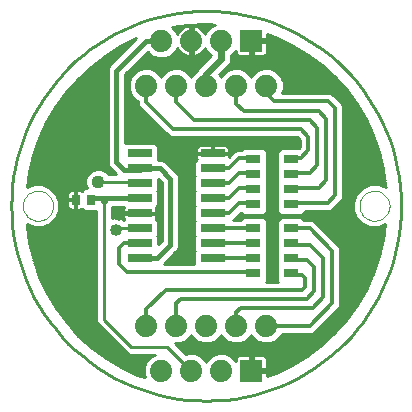
<source format=gtl>
G75*
G70*
%OFA0B0*%
%FSLAX24Y24*%
%IPPOS*%
%LPD*%
%AMOC8*
5,1,8,0,0,1.08239X$1,22.5*
%
%ADD10C,0.0100*%
%ADD11C,0.0000*%
%ADD12C,0.0740*%
%ADD13R,0.0800X0.0260*%
%ADD14R,0.0276X0.0354*%
%ADD15R,0.0512X0.0315*%
%ADD16R,0.0740X0.0740*%
%ADD17C,0.0160*%
%ADD18C,0.0400*%
%ADD19C,0.0436*%
%ADD20C,0.0240*%
%ADD21C,0.0120*%
D10*
X025661Y022623D02*
X026196Y022373D01*
X026464Y022279D01*
X026420Y022385D01*
X026420Y022615D01*
X026508Y022829D01*
X026671Y022992D01*
X026788Y023040D01*
X025948Y023040D01*
X025853Y023080D01*
X024953Y023980D01*
X024880Y024053D01*
X024840Y024148D01*
X024840Y027813D01*
X024431Y027813D01*
X024353Y027891D01*
X024340Y027883D01*
X024302Y027873D01*
X024163Y027873D01*
X024163Y028181D01*
X024125Y028181D01*
X023856Y028181D01*
X023856Y028003D01*
X023867Y027965D01*
X023886Y027931D01*
X023914Y027903D01*
X023948Y027883D01*
X023987Y027873D01*
X024125Y027873D01*
X024125Y028181D01*
X024125Y028219D01*
X023856Y028219D01*
X023856Y028397D01*
X023867Y028435D01*
X023886Y028469D01*
X023914Y028497D01*
X023948Y028517D01*
X023987Y028527D01*
X024125Y028527D01*
X024125Y028219D01*
X024163Y028219D01*
X024163Y028527D01*
X024302Y028527D01*
X024340Y028517D01*
X024353Y028509D01*
X024431Y028587D01*
X024525Y028587D01*
X024472Y028715D01*
X024472Y028885D01*
X024537Y029043D01*
X024657Y029163D01*
X024815Y029228D01*
X024985Y029228D01*
X025143Y029163D01*
X025245Y029060D01*
X025480Y029060D01*
X025254Y029286D01*
X025210Y029392D01*
X025210Y032558D01*
X025254Y032664D01*
X025336Y032746D01*
X026171Y033581D01*
X026159Y033577D01*
X025626Y033315D01*
X025120Y033002D01*
X024648Y032642D01*
X024213Y032236D01*
X023820Y031791D01*
X023473Y031308D01*
X023175Y030794D01*
X022928Y030254D01*
X022736Y029691D01*
X022600Y029113D01*
X022534Y028621D01*
X022749Y028710D01*
X023031Y028710D01*
X023292Y028602D01*
X023492Y028402D01*
X023600Y028141D01*
X023600Y027859D01*
X023492Y027598D01*
X023292Y027398D01*
X023031Y027290D01*
X022749Y027290D01*
X022522Y027384D01*
X022524Y027340D01*
X022607Y026756D01*
X022747Y026183D01*
X022943Y025626D01*
X023193Y025091D01*
X023495Y024584D01*
X023846Y024110D01*
X024242Y023672D01*
X024680Y023276D01*
X025154Y022925D01*
X025661Y022623D01*
X025613Y022652D02*
X026435Y022652D01*
X026420Y022554D02*
X025811Y022554D01*
X026021Y022455D02*
X026420Y022455D01*
X026432Y022357D02*
X026243Y022357D01*
X026476Y022751D02*
X025448Y022751D01*
X025283Y022849D02*
X026529Y022849D01*
X026627Y022948D02*
X025125Y022948D01*
X024991Y023046D02*
X025934Y023046D01*
X025788Y023145D02*
X024858Y023145D01*
X024725Y023243D02*
X025689Y023243D01*
X025591Y023342D02*
X024608Y023342D01*
X024499Y023440D02*
X025492Y023440D01*
X025394Y023539D02*
X024390Y023539D01*
X024281Y023637D02*
X025295Y023637D01*
X025197Y023736D02*
X024185Y023736D01*
X024096Y023834D02*
X025098Y023834D01*
X025000Y023933D02*
X024007Y023933D01*
X023918Y024031D02*
X024901Y024031D01*
X024848Y024130D02*
X023832Y024130D01*
X023759Y024228D02*
X024840Y024228D01*
X024840Y024327D02*
X023686Y024327D01*
X023613Y024425D02*
X024840Y024425D01*
X024840Y024524D02*
X023540Y024524D01*
X023473Y024622D02*
X024840Y024622D01*
X024840Y024721D02*
X023414Y024721D01*
X023356Y024819D02*
X024840Y024819D01*
X024840Y024918D02*
X023297Y024918D01*
X023238Y025016D02*
X024840Y025016D01*
X024840Y025115D02*
X023183Y025115D01*
X023136Y025213D02*
X024840Y025213D01*
X024840Y025312D02*
X023090Y025312D01*
X023044Y025410D02*
X024840Y025410D01*
X024840Y025509D02*
X022998Y025509D01*
X022952Y025607D02*
X024840Y025607D01*
X024840Y025706D02*
X022915Y025706D01*
X022880Y025804D02*
X024840Y025804D01*
X024840Y025903D02*
X022846Y025903D01*
X022811Y026001D02*
X024840Y026001D01*
X024840Y026100D02*
X022776Y026100D01*
X022743Y026198D02*
X024840Y026198D01*
X024840Y026297D02*
X022719Y026297D01*
X022695Y026395D02*
X024840Y026395D01*
X024840Y026494D02*
X022671Y026494D01*
X022647Y026592D02*
X024840Y026592D01*
X024840Y026691D02*
X022623Y026691D01*
X022602Y026789D02*
X024840Y026789D01*
X024840Y026888D02*
X022588Y026888D01*
X022574Y026986D02*
X024840Y026986D01*
X024840Y027085D02*
X022560Y027085D01*
X022546Y027183D02*
X024840Y027183D01*
X024840Y027282D02*
X022533Y027282D01*
X022523Y027380D02*
X022531Y027380D01*
X023249Y027380D02*
X024840Y027380D01*
X024840Y027479D02*
X023373Y027479D01*
X023471Y027577D02*
X024840Y027577D01*
X024840Y027676D02*
X023524Y027676D01*
X023565Y027774D02*
X024840Y027774D01*
X025100Y028100D02*
X025000Y028200D01*
X025100Y028250D02*
X025100Y028100D01*
X025200Y028200D01*
X025100Y028100D02*
X025100Y024200D01*
X026000Y023300D01*
X027200Y023300D01*
X028000Y022500D01*
X028471Y022849D02*
X028529Y022849D01*
X028508Y022829D02*
X028500Y022809D01*
X028492Y022829D01*
X028329Y022992D01*
X028115Y023080D01*
X027885Y023080D01*
X027816Y023052D01*
X027448Y023420D01*
X027615Y023420D01*
X027829Y023508D01*
X027992Y023671D01*
X028000Y023691D01*
X028008Y023671D01*
X028171Y023508D01*
X028385Y023420D01*
X028615Y023420D01*
X028829Y023508D01*
X028992Y023671D01*
X029000Y023691D01*
X029008Y023671D01*
X029171Y023508D01*
X029385Y023420D01*
X029615Y023420D01*
X029829Y023508D01*
X029992Y023671D01*
X030000Y023691D01*
X030008Y023671D01*
X030171Y023508D01*
X030385Y023420D01*
X030615Y023420D01*
X030829Y023508D01*
X030992Y023671D01*
X031016Y023730D01*
X032004Y023730D01*
X032103Y023771D01*
X032179Y023847D01*
X032929Y024597D01*
X032970Y024696D01*
X032970Y026554D01*
X032929Y026653D01*
X032853Y026729D01*
X032103Y027479D01*
X032004Y027520D01*
X031765Y027520D01*
X031668Y027617D01*
X030982Y027617D01*
X030859Y027494D01*
X030859Y027006D01*
X030865Y027000D01*
X030859Y026994D01*
X030859Y026506D01*
X030865Y026500D01*
X030859Y026494D01*
X030859Y026006D01*
X030865Y026000D01*
X030859Y025994D01*
X030859Y025506D01*
X030895Y025470D01*
X030505Y025470D01*
X030541Y025506D01*
X030541Y025994D01*
X030535Y026000D01*
X030541Y026006D01*
X030541Y026494D01*
X030535Y026500D01*
X030541Y026506D01*
X030541Y026994D01*
X030535Y027000D01*
X030541Y027006D01*
X030541Y027494D01*
X030418Y027617D01*
X029732Y027617D01*
X029635Y027520D01*
X029400Y027520D01*
X029403Y027521D01*
X029648Y027766D01*
X029732Y027683D01*
X030418Y027683D01*
X030541Y027806D01*
X030541Y028294D01*
X030535Y028300D01*
X030541Y028306D01*
X030541Y028794D01*
X030535Y028800D01*
X030541Y028806D01*
X030541Y029294D01*
X030535Y029300D01*
X030541Y029306D01*
X030541Y029794D01*
X030418Y029917D01*
X029732Y029917D01*
X029685Y029870D01*
X029546Y029870D01*
X029447Y029829D01*
X029371Y029753D01*
X029260Y029642D01*
X029260Y029735D01*
X028725Y029735D01*
X028725Y029765D01*
X028695Y029765D01*
X028695Y030030D01*
X028290Y030030D01*
X028252Y030020D01*
X028218Y030000D01*
X028190Y029972D01*
X028170Y029938D01*
X028160Y029900D01*
X028160Y029765D01*
X028695Y029765D01*
X028695Y029735D01*
X028160Y029735D01*
X028160Y029600D01*
X028170Y029562D01*
X028179Y029546D01*
X028100Y029467D01*
X028100Y029033D01*
X028133Y029000D01*
X028100Y028967D01*
X028100Y028533D01*
X028133Y028500D01*
X028100Y028467D01*
X028100Y028033D01*
X028133Y028000D01*
X028100Y027967D01*
X028100Y027533D01*
X028133Y027500D01*
X028100Y027467D01*
X028100Y027033D01*
X028133Y027000D01*
X028100Y026967D01*
X028100Y026533D01*
X028133Y026500D01*
X028100Y026467D01*
X028100Y026070D01*
X027080Y026070D01*
X027464Y026454D01*
X027546Y026536D01*
X027590Y026642D01*
X027590Y028958D01*
X027546Y029064D01*
X027196Y029414D01*
X027114Y029496D01*
X027008Y029540D01*
X026900Y029540D01*
X026900Y029967D01*
X026777Y030090D01*
X025803Y030090D01*
X025790Y030077D01*
X025790Y032380D01*
X026545Y033135D01*
X026671Y033008D01*
X026885Y032920D01*
X027115Y032920D01*
X027329Y033008D01*
X027492Y033171D01*
X027533Y033271D01*
X027555Y033227D01*
X027603Y033161D01*
X027661Y033103D01*
X027727Y033055D01*
X027800Y033018D01*
X027878Y032993D01*
X027950Y032981D01*
X027950Y033450D01*
X028050Y033450D01*
X028050Y032981D01*
X028122Y032993D01*
X028200Y033018D01*
X028273Y033055D01*
X028339Y033103D01*
X028397Y033161D01*
X028445Y033227D01*
X028467Y033271D01*
X028508Y033171D01*
X028657Y033023D01*
X028220Y032587D01*
X028183Y032496D01*
X028171Y032492D01*
X028008Y032329D01*
X028000Y032309D01*
X027992Y032329D01*
X027829Y032492D01*
X027615Y032580D01*
X027385Y032580D01*
X027171Y032492D01*
X027008Y032329D01*
X027000Y032309D01*
X026992Y032329D01*
X026829Y032492D01*
X026615Y032580D01*
X026385Y032580D01*
X026171Y032492D01*
X026008Y032329D01*
X025920Y032115D01*
X025920Y031885D01*
X026008Y031671D01*
X026171Y031508D01*
X026230Y031484D01*
X026230Y031396D01*
X026271Y031297D01*
X027247Y030321D01*
X027346Y030280D01*
X031538Y030280D01*
X031630Y030188D01*
X031630Y029962D01*
X031586Y029917D01*
X030982Y029917D01*
X030859Y029794D01*
X030859Y029306D01*
X030865Y029300D01*
X030859Y029294D01*
X030859Y028806D01*
X030865Y028800D01*
X030859Y028794D01*
X030859Y028306D01*
X030865Y028300D01*
X030859Y028294D01*
X030859Y027806D01*
X030982Y027683D01*
X031668Y027683D01*
X031791Y027806D01*
X031791Y027830D01*
X032604Y027830D01*
X032703Y027871D01*
X032779Y027947D01*
X033029Y028197D01*
X033070Y028296D01*
X033070Y031304D01*
X033029Y031403D01*
X032953Y031479D01*
X032703Y031729D01*
X032604Y031770D01*
X031033Y031770D01*
X031080Y031885D01*
X031080Y032115D01*
X030992Y032329D01*
X030829Y032492D01*
X030615Y032580D01*
X030385Y032580D01*
X030171Y032492D01*
X030008Y032329D01*
X030000Y032309D01*
X029992Y032329D01*
X029829Y032492D01*
X029615Y032580D01*
X029385Y032580D01*
X029171Y032492D01*
X029008Y032329D01*
X029000Y032309D01*
X028992Y032329D01*
X028943Y032377D01*
X029187Y032620D01*
X029280Y032713D01*
X029330Y032834D01*
X029330Y033010D01*
X029480Y033160D01*
X029480Y033110D01*
X029490Y033072D01*
X029510Y033038D01*
X029538Y033010D01*
X029572Y032990D01*
X029610Y032980D01*
X029950Y032980D01*
X029950Y033450D01*
X030050Y033450D01*
X030050Y033550D01*
X030520Y033550D01*
X030520Y033713D01*
X030876Y033583D01*
X031401Y033331D01*
X031898Y033028D01*
X032363Y032679D01*
X032791Y032285D01*
X033179Y031851D01*
X033523Y031381D01*
X033819Y030880D01*
X034064Y030352D01*
X034256Y029803D01*
X034394Y029238D01*
X034475Y028661D01*
X034477Y028616D01*
X034251Y028710D01*
X033969Y028710D01*
X033708Y028602D01*
X033508Y028402D01*
X033400Y028141D01*
X033400Y027859D01*
X033508Y027598D01*
X033708Y027398D01*
X033969Y027290D01*
X034251Y027290D01*
X034464Y027378D01*
X034398Y026893D01*
X034260Y026313D01*
X034066Y025749D01*
X033818Y025207D01*
X033518Y024692D01*
X033169Y024209D01*
X032774Y023762D01*
X032337Y023357D01*
X031862Y022995D01*
X031355Y022683D01*
X030819Y022421D01*
X030520Y022310D01*
X030520Y022450D01*
X030050Y022450D01*
X030050Y022550D01*
X029950Y022550D01*
X029950Y023020D01*
X029610Y023020D01*
X029572Y023010D01*
X029538Y022990D01*
X029510Y022962D01*
X029490Y022928D01*
X029480Y022890D01*
X029480Y022840D01*
X029329Y022992D01*
X029115Y023080D01*
X028885Y023080D01*
X028671Y022992D01*
X028508Y022829D01*
X028627Y022948D02*
X028373Y022948D01*
X028197Y023046D02*
X028803Y023046D01*
X029197Y023046D02*
X031929Y023046D01*
X032058Y023145D02*
X027723Y023145D01*
X027625Y023243D02*
X032188Y023243D01*
X032317Y023342D02*
X027526Y023342D01*
X027664Y023440D02*
X028336Y023440D01*
X028141Y023539D02*
X027859Y023539D01*
X027957Y023637D02*
X028043Y023637D01*
X028664Y023440D02*
X029336Y023440D01*
X029141Y023539D02*
X028859Y023539D01*
X028957Y023637D02*
X029043Y023637D01*
X029664Y023440D02*
X030336Y023440D01*
X030141Y023539D02*
X029859Y023539D01*
X029957Y023637D02*
X030043Y023637D01*
X030050Y023020D02*
X030050Y022550D01*
X030520Y022550D01*
X030520Y022890D01*
X030510Y022928D01*
X030490Y022962D01*
X030462Y022990D01*
X030428Y023010D01*
X030390Y023020D01*
X030050Y023020D01*
X030050Y022948D02*
X029950Y022948D01*
X029950Y022849D02*
X030050Y022849D01*
X030050Y022751D02*
X029950Y022751D01*
X029950Y022652D02*
X030050Y022652D01*
X030050Y022554D02*
X029950Y022554D01*
X030050Y022455D02*
X030888Y022455D01*
X031090Y022554D02*
X030520Y022554D01*
X030520Y022652D02*
X031292Y022652D01*
X031465Y022751D02*
X030520Y022751D01*
X030520Y022849D02*
X031625Y022849D01*
X031785Y022948D02*
X030498Y022948D01*
X030664Y023440D02*
X032427Y023440D01*
X032533Y023539D02*
X030859Y023539D01*
X030957Y023637D02*
X032639Y023637D01*
X032745Y023736D02*
X032017Y023736D01*
X032166Y023834D02*
X032837Y023834D01*
X032924Y023933D02*
X032264Y023933D01*
X032363Y024031D02*
X033011Y024031D01*
X033098Y024130D02*
X032461Y024130D01*
X032560Y024228D02*
X033182Y024228D01*
X033254Y024327D02*
X032658Y024327D01*
X032757Y024425D02*
X033325Y024425D01*
X033396Y024524D02*
X032855Y024524D01*
X032939Y024622D02*
X033467Y024622D01*
X033534Y024721D02*
X032970Y024721D01*
X032970Y024819D02*
X033592Y024819D01*
X033649Y024918D02*
X032970Y024918D01*
X032970Y025016D02*
X033706Y025016D01*
X033764Y025115D02*
X032970Y025115D01*
X032970Y025213D02*
X033821Y025213D01*
X033866Y025312D02*
X032970Y025312D01*
X032970Y025410D02*
X033911Y025410D01*
X033956Y025509D02*
X032970Y025509D01*
X032970Y025607D02*
X034001Y025607D01*
X034046Y025706D02*
X032970Y025706D01*
X032970Y025804D02*
X034085Y025804D01*
X034119Y025903D02*
X032970Y025903D01*
X032970Y026001D02*
X034153Y026001D01*
X034187Y026100D02*
X032970Y026100D01*
X032970Y026198D02*
X034221Y026198D01*
X034254Y026297D02*
X032970Y026297D01*
X032970Y026395D02*
X034280Y026395D01*
X034303Y026494D02*
X032970Y026494D01*
X032954Y026592D02*
X034326Y026592D01*
X034350Y026691D02*
X032891Y026691D01*
X032793Y026789D02*
X034373Y026789D01*
X034397Y026888D02*
X032694Y026888D01*
X032596Y026986D02*
X034410Y026986D01*
X034424Y027085D02*
X032497Y027085D01*
X032399Y027183D02*
X034437Y027183D01*
X034451Y027282D02*
X032300Y027282D01*
X032202Y027380D02*
X033751Y027380D01*
X033627Y027479D02*
X032103Y027479D01*
X031708Y027577D02*
X033529Y027577D01*
X033476Y027676D02*
X029557Y027676D01*
X029459Y027577D02*
X029692Y027577D01*
X030458Y027577D02*
X030942Y027577D01*
X030859Y027479D02*
X030541Y027479D01*
X030541Y027380D02*
X030859Y027380D01*
X030859Y027282D02*
X030541Y027282D01*
X030541Y027183D02*
X030859Y027183D01*
X030859Y027085D02*
X030541Y027085D01*
X030541Y026986D02*
X030859Y026986D01*
X030859Y026888D02*
X030541Y026888D01*
X030541Y026789D02*
X030859Y026789D01*
X030859Y026691D02*
X030541Y026691D01*
X030541Y026592D02*
X030859Y026592D01*
X030859Y026494D02*
X030541Y026494D01*
X030541Y026395D02*
X030859Y026395D01*
X030859Y026297D02*
X030541Y026297D01*
X030541Y026198D02*
X030859Y026198D01*
X030859Y026100D02*
X030541Y026100D01*
X030536Y026001D02*
X030864Y026001D01*
X030859Y025903D02*
X030541Y025903D01*
X030541Y025804D02*
X030859Y025804D01*
X030859Y025706D02*
X030541Y025706D01*
X030541Y025607D02*
X030859Y025607D01*
X030859Y025509D02*
X030541Y025509D01*
X028127Y026494D02*
X027504Y026494D01*
X027569Y026592D02*
X028100Y026592D01*
X028100Y026691D02*
X027590Y026691D01*
X027590Y026789D02*
X028100Y026789D01*
X028100Y026888D02*
X027590Y026888D01*
X027590Y026986D02*
X028119Y026986D01*
X028100Y027085D02*
X027590Y027085D01*
X027590Y027183D02*
X028100Y027183D01*
X028100Y027282D02*
X027590Y027282D01*
X027590Y027380D02*
X028100Y027380D01*
X028112Y027479D02*
X027590Y027479D01*
X027590Y027577D02*
X028100Y027577D01*
X028100Y027676D02*
X027590Y027676D01*
X027590Y027774D02*
X028100Y027774D01*
X028100Y027873D02*
X027590Y027873D01*
X027590Y027971D02*
X028104Y027971D01*
X028100Y028070D02*
X027590Y028070D01*
X027590Y028168D02*
X028100Y028168D01*
X028100Y028267D02*
X027590Y028267D01*
X027590Y028365D02*
X028100Y028365D01*
X028100Y028464D02*
X027590Y028464D01*
X027590Y028562D02*
X028100Y028562D01*
X028100Y028661D02*
X027590Y028661D01*
X027590Y028759D02*
X028100Y028759D01*
X028100Y028858D02*
X027590Y028858D01*
X027590Y028956D02*
X028100Y028956D01*
X028100Y029055D02*
X027550Y029055D01*
X027457Y029153D02*
X028100Y029153D01*
X028100Y029252D02*
X027359Y029252D01*
X027260Y029350D02*
X028100Y029350D01*
X028100Y029449D02*
X027162Y029449D01*
X026900Y029547D02*
X028179Y029547D01*
X028160Y029646D02*
X026900Y029646D01*
X026900Y029744D02*
X028695Y029744D01*
X028725Y029744D02*
X029362Y029744D01*
X029260Y029765D02*
X029260Y029900D01*
X029250Y029938D01*
X029230Y029972D01*
X029202Y030000D01*
X029168Y030020D01*
X029130Y030030D01*
X028725Y030030D01*
X028725Y029765D01*
X029260Y029765D01*
X029260Y029843D02*
X029480Y029843D01*
X029248Y029941D02*
X031609Y029941D01*
X031630Y030040D02*
X026827Y030040D01*
X026900Y029941D02*
X028172Y029941D01*
X028160Y029843D02*
X026900Y029843D01*
X027233Y030335D02*
X025790Y030335D01*
X025790Y030237D02*
X031582Y030237D01*
X031630Y030138D02*
X025790Y030138D01*
X025790Y030434D02*
X027135Y030434D01*
X027036Y030532D02*
X025790Y030532D01*
X025790Y030631D02*
X026938Y030631D01*
X026839Y030729D02*
X025790Y030729D01*
X025790Y030828D02*
X026741Y030828D01*
X026642Y030926D02*
X025790Y030926D01*
X025790Y031025D02*
X026544Y031025D01*
X026445Y031123D02*
X025790Y031123D01*
X025790Y031222D02*
X026347Y031222D01*
X026262Y031320D02*
X025790Y031320D01*
X025790Y031419D02*
X026230Y031419D01*
X026163Y031517D02*
X025790Y031517D01*
X025790Y031616D02*
X026064Y031616D01*
X025991Y031714D02*
X025790Y031714D01*
X025790Y031813D02*
X025950Y031813D01*
X025920Y031911D02*
X025790Y031911D01*
X025790Y032010D02*
X025920Y032010D01*
X025920Y032108D02*
X025790Y032108D01*
X025790Y032207D02*
X025958Y032207D01*
X025999Y032305D02*
X025790Y032305D01*
X025814Y032404D02*
X026083Y032404D01*
X026196Y032502D02*
X025912Y032502D01*
X026011Y032601D02*
X028234Y032601D01*
X028185Y032502D02*
X027804Y032502D01*
X027917Y032404D02*
X028083Y032404D01*
X028332Y032699D02*
X026109Y032699D01*
X026208Y032798D02*
X028431Y032798D01*
X028529Y032896D02*
X026306Y032896D01*
X026405Y032995D02*
X026705Y032995D01*
X026587Y033093D02*
X026503Y033093D01*
X026077Y033487D02*
X025977Y033487D01*
X025978Y033389D02*
X025776Y033389D01*
X025880Y033290D02*
X025585Y033290D01*
X025426Y033192D02*
X025781Y033192D01*
X025683Y033093D02*
X025267Y033093D01*
X025110Y032995D02*
X025584Y032995D01*
X025486Y032896D02*
X024981Y032896D01*
X024852Y032798D02*
X025387Y032798D01*
X025289Y032699D02*
X024723Y032699D01*
X024604Y032601D02*
X025228Y032601D01*
X025210Y032502D02*
X024498Y032502D01*
X024393Y032404D02*
X025210Y032404D01*
X025210Y032305D02*
X024287Y032305D01*
X024187Y032207D02*
X025210Y032207D01*
X025210Y032108D02*
X024100Y032108D01*
X024013Y032010D02*
X025210Y032010D01*
X025210Y031911D02*
X023927Y031911D01*
X023840Y031813D02*
X025210Y031813D01*
X025210Y031714D02*
X023765Y031714D01*
X023694Y031616D02*
X025210Y031616D01*
X025210Y031517D02*
X023624Y031517D01*
X023553Y031419D02*
X025210Y031419D01*
X025210Y031320D02*
X023482Y031320D01*
X023423Y031222D02*
X025210Y031222D01*
X025210Y031123D02*
X023366Y031123D01*
X023309Y031025D02*
X025210Y031025D01*
X025210Y030926D02*
X023251Y030926D01*
X023194Y030828D02*
X025210Y030828D01*
X025210Y030729D02*
X023145Y030729D01*
X023100Y030631D02*
X025210Y030631D01*
X025210Y030532D02*
X023055Y030532D01*
X023010Y030434D02*
X025210Y030434D01*
X025210Y030335D02*
X022965Y030335D01*
X022923Y030237D02*
X025210Y030237D01*
X025210Y030138D02*
X022889Y030138D01*
X022855Y030040D02*
X025210Y030040D01*
X025210Y029941D02*
X022821Y029941D01*
X022788Y029843D02*
X025210Y029843D01*
X025210Y029744D02*
X022754Y029744D01*
X022725Y029646D02*
X025210Y029646D01*
X025210Y029547D02*
X022702Y029547D01*
X022679Y029449D02*
X025210Y029449D01*
X025228Y029350D02*
X022656Y029350D01*
X022632Y029252D02*
X025288Y029252D01*
X025387Y029153D02*
X025152Y029153D01*
X024900Y028800D02*
X026240Y028800D01*
X026290Y028750D01*
X026900Y028759D02*
X027010Y028759D01*
X027010Y028780D02*
X027010Y026820D01*
X026900Y026710D01*
X026900Y026967D01*
X026867Y027000D01*
X026900Y027033D01*
X026900Y027467D01*
X026821Y027546D01*
X026830Y027562D01*
X026840Y027600D01*
X026840Y027735D01*
X026305Y027735D01*
X026305Y027765D01*
X026840Y027765D01*
X026840Y027900D01*
X026830Y027938D01*
X026821Y027954D01*
X026900Y028033D01*
X026900Y028467D01*
X026867Y028500D01*
X026900Y028533D01*
X026900Y028890D01*
X027010Y028780D01*
X026932Y028858D02*
X026900Y028858D01*
X026900Y028661D02*
X027010Y028661D01*
X027010Y028562D02*
X026900Y028562D01*
X026900Y028464D02*
X027010Y028464D01*
X027010Y028365D02*
X026900Y028365D01*
X026900Y028267D02*
X027010Y028267D01*
X027010Y028168D02*
X026900Y028168D01*
X026900Y028070D02*
X027010Y028070D01*
X027010Y027971D02*
X026838Y027971D01*
X026840Y027873D02*
X027010Y027873D01*
X027010Y027774D02*
X026840Y027774D01*
X026840Y027676D02*
X027010Y027676D01*
X027010Y027577D02*
X026834Y027577D01*
X026888Y027479D02*
X027010Y027479D01*
X027010Y027380D02*
X026900Y027380D01*
X026900Y027282D02*
X027010Y027282D01*
X027010Y027183D02*
X026900Y027183D01*
X026900Y027085D02*
X027010Y027085D01*
X027010Y026986D02*
X026881Y026986D01*
X026900Y026888D02*
X027010Y026888D01*
X026979Y026789D02*
X026900Y026789D01*
X027307Y026297D02*
X028100Y026297D01*
X028100Y026395D02*
X027405Y026395D01*
X027208Y026198D02*
X028100Y026198D01*
X028100Y026100D02*
X027110Y026100D01*
X026290Y027250D02*
X025550Y027250D01*
X025500Y027200D01*
X025661Y027577D02*
X025746Y027577D01*
X025750Y027562D02*
X025759Y027546D01*
X025746Y027533D01*
X025732Y027548D01*
X025582Y027610D01*
X025418Y027610D01*
X025360Y027586D01*
X025360Y027960D01*
X025753Y027960D01*
X025759Y027954D01*
X025750Y027938D01*
X025740Y027900D01*
X025740Y027765D01*
X026275Y027765D01*
X026275Y027735D01*
X025740Y027735D01*
X025740Y027600D01*
X025750Y027562D01*
X025740Y027676D02*
X025360Y027676D01*
X025360Y027774D02*
X025740Y027774D01*
X025740Y027873D02*
X025360Y027873D01*
X024706Y028250D02*
X024656Y028200D01*
X024600Y028144D01*
X024371Y027873D02*
X023600Y027873D01*
X023600Y027971D02*
X023865Y027971D01*
X023856Y028070D02*
X023600Y028070D01*
X023589Y028168D02*
X023856Y028168D01*
X023856Y028267D02*
X023548Y028267D01*
X023507Y028365D02*
X023856Y028365D01*
X023883Y028464D02*
X023431Y028464D01*
X023332Y028562D02*
X024406Y028562D01*
X024494Y028661D02*
X023151Y028661D01*
X022629Y028661D02*
X022539Y028661D01*
X022552Y028759D02*
X024472Y028759D01*
X024472Y028858D02*
X022566Y028858D01*
X022579Y028956D02*
X024501Y028956D01*
X024549Y029055D02*
X022592Y029055D01*
X022609Y029153D02*
X024648Y029153D01*
X024163Y028464D02*
X024125Y028464D01*
X024125Y028365D02*
X024163Y028365D01*
X024163Y028267D02*
X024125Y028267D01*
X024125Y028168D02*
X024163Y028168D01*
X024163Y028070D02*
X024125Y028070D01*
X024125Y027971D02*
X024163Y027971D01*
X022004Y028000D02*
X022012Y028319D01*
X022035Y028637D01*
X022074Y028953D01*
X022129Y029267D01*
X022199Y029578D01*
X022284Y029886D01*
X022384Y030188D01*
X022498Y030486D01*
X022628Y030777D01*
X022771Y031062D01*
X022928Y031340D01*
X023099Y031609D01*
X023282Y031870D01*
X023479Y032121D01*
X023687Y032362D01*
X023907Y032593D01*
X024138Y032813D01*
X024379Y033021D01*
X024630Y033218D01*
X024891Y033401D01*
X025160Y033572D01*
X025438Y033729D01*
X025723Y033872D01*
X026014Y034002D01*
X026312Y034116D01*
X026614Y034216D01*
X026922Y034301D01*
X027233Y034371D01*
X027547Y034426D01*
X027863Y034465D01*
X028181Y034488D01*
X028500Y034496D01*
X028819Y034488D01*
X029137Y034465D01*
X029453Y034426D01*
X029767Y034371D01*
X030078Y034301D01*
X030386Y034216D01*
X030688Y034116D01*
X030986Y034002D01*
X031277Y033872D01*
X031562Y033729D01*
X031840Y033572D01*
X032109Y033401D01*
X032370Y033218D01*
X032621Y033021D01*
X032862Y032813D01*
X033093Y032593D01*
X033313Y032362D01*
X033521Y032121D01*
X033718Y031870D01*
X033901Y031609D01*
X034072Y031340D01*
X034229Y031062D01*
X034372Y030777D01*
X034502Y030486D01*
X034616Y030188D01*
X034716Y029886D01*
X034801Y029578D01*
X034871Y029267D01*
X034926Y028953D01*
X034965Y028637D01*
X034988Y028319D01*
X034996Y028000D01*
X034988Y027681D01*
X034965Y027363D01*
X034926Y027047D01*
X034871Y026733D01*
X034801Y026422D01*
X034716Y026114D01*
X034616Y025812D01*
X034502Y025514D01*
X034372Y025223D01*
X034229Y024938D01*
X034072Y024660D01*
X033901Y024391D01*
X033718Y024130D01*
X033521Y023879D01*
X033313Y023638D01*
X033093Y023407D01*
X032862Y023187D01*
X032621Y022979D01*
X032370Y022782D01*
X032109Y022599D01*
X031840Y022428D01*
X031562Y022271D01*
X031277Y022128D01*
X030986Y021998D01*
X030688Y021884D01*
X030386Y021784D01*
X030078Y021699D01*
X029767Y021629D01*
X029453Y021574D01*
X029137Y021535D01*
X028819Y021512D01*
X028500Y021504D01*
X028181Y021512D01*
X027863Y021535D01*
X027547Y021574D01*
X027233Y021629D01*
X026922Y021699D01*
X026614Y021784D01*
X026312Y021884D01*
X026014Y021998D01*
X025723Y022128D01*
X025438Y022271D01*
X025160Y022428D01*
X024891Y022599D01*
X024630Y022782D01*
X024379Y022979D01*
X024138Y023187D01*
X023907Y023407D01*
X023687Y023638D01*
X023479Y023879D01*
X023282Y024130D01*
X023099Y024391D01*
X022928Y024660D01*
X022771Y024938D01*
X022628Y025223D01*
X022498Y025514D01*
X022384Y025812D01*
X022284Y026114D01*
X022199Y026422D01*
X022129Y026733D01*
X022074Y027047D01*
X022035Y027363D01*
X022012Y027681D01*
X022004Y028000D01*
X026804Y032502D02*
X027196Y032502D01*
X027083Y032404D02*
X026917Y032404D01*
X027295Y032995D02*
X027873Y032995D01*
X027950Y032995D02*
X028050Y032995D01*
X028127Y032995D02*
X028628Y032995D01*
X028587Y033093D02*
X028325Y033093D01*
X028419Y033192D02*
X028500Y033192D01*
X028050Y033192D02*
X027950Y033192D01*
X027950Y033290D02*
X028050Y033290D01*
X028050Y033389D02*
X027950Y033389D01*
X027950Y033550D02*
X027950Y034019D01*
X027878Y034007D01*
X027800Y033982D01*
X027727Y033945D01*
X027661Y033897D01*
X027603Y033839D01*
X027555Y033773D01*
X027533Y033729D01*
X027492Y033829D01*
X027370Y033950D01*
X027877Y034033D01*
X028470Y034070D01*
X028610Y034050D01*
X028788Y034040D01*
X028671Y033992D01*
X028508Y033829D01*
X028467Y033729D01*
X028445Y033773D01*
X028397Y033839D01*
X028339Y033897D01*
X028273Y033945D01*
X028200Y033982D01*
X028122Y034007D01*
X028050Y034019D01*
X028050Y033550D01*
X027950Y033550D01*
X027950Y033586D02*
X028050Y033586D01*
X028050Y033684D02*
X027950Y033684D01*
X027950Y033783D02*
X028050Y033783D01*
X028050Y033881D02*
X027950Y033881D01*
X027950Y033980D02*
X028050Y033980D01*
X028204Y033980D02*
X028659Y033980D01*
X028561Y033881D02*
X028354Y033881D01*
X028437Y033783D02*
X028489Y033783D01*
X027796Y033980D02*
X027551Y033980D01*
X027646Y033881D02*
X027439Y033881D01*
X027511Y033783D02*
X027563Y033783D01*
X027581Y033192D02*
X027500Y033192D01*
X027413Y033093D02*
X027675Y033093D01*
X027950Y033093D02*
X028050Y033093D01*
X028970Y032404D02*
X029083Y032404D01*
X029069Y032502D02*
X029196Y032502D01*
X029167Y032601D02*
X032448Y032601D01*
X032555Y032502D02*
X030804Y032502D01*
X030917Y032404D02*
X032662Y032404D01*
X032769Y032305D02*
X031001Y032305D01*
X031042Y032207D02*
X032861Y032207D01*
X032950Y032108D02*
X031080Y032108D01*
X031080Y032010D02*
X033038Y032010D01*
X033126Y031911D02*
X031080Y031911D01*
X031050Y031813D02*
X033207Y031813D01*
X033280Y031714D02*
X032718Y031714D01*
X032816Y031616D02*
X033352Y031616D01*
X033424Y031517D02*
X032915Y031517D01*
X033013Y031419D02*
X033496Y031419D01*
X033559Y031320D02*
X033063Y031320D01*
X033070Y031222D02*
X033617Y031222D01*
X033675Y031123D02*
X033070Y031123D01*
X033070Y031025D02*
X033733Y031025D01*
X033792Y030926D02*
X033070Y030926D01*
X033070Y030828D02*
X033843Y030828D01*
X033889Y030729D02*
X033070Y030729D01*
X033070Y030631D02*
X033935Y030631D01*
X033980Y030532D02*
X033070Y030532D01*
X033070Y030434D02*
X034026Y030434D01*
X034070Y030335D02*
X033070Y030335D01*
X033070Y030237D02*
X034104Y030237D01*
X034139Y030138D02*
X033070Y030138D01*
X033070Y030040D02*
X034173Y030040D01*
X034208Y029941D02*
X033070Y029941D01*
X033070Y029843D02*
X034242Y029843D01*
X034271Y029744D02*
X033070Y029744D01*
X033070Y029646D02*
X034295Y029646D01*
X034319Y029547D02*
X033070Y029547D01*
X033070Y029449D02*
X034343Y029449D01*
X034367Y029350D02*
X033070Y029350D01*
X033070Y029252D02*
X034390Y029252D01*
X034406Y029153D02*
X033070Y029153D01*
X033070Y029055D02*
X034420Y029055D01*
X034434Y028956D02*
X033070Y028956D01*
X033070Y028858D02*
X034448Y028858D01*
X034462Y028759D02*
X033070Y028759D01*
X033070Y028661D02*
X033849Y028661D01*
X033668Y028562D02*
X033070Y028562D01*
X033070Y028464D02*
X033569Y028464D01*
X033493Y028365D02*
X033070Y028365D01*
X033058Y028267D02*
X033452Y028267D01*
X033411Y028168D02*
X033000Y028168D01*
X032901Y028070D02*
X033400Y028070D01*
X033400Y027971D02*
X032803Y027971D01*
X032704Y027873D02*
X033400Y027873D01*
X033435Y027774D02*
X031759Y027774D01*
X031425Y028100D02*
X031325Y028050D01*
X030859Y028070D02*
X030541Y028070D01*
X030541Y028168D02*
X030859Y028168D01*
X030859Y028267D02*
X030541Y028267D01*
X030541Y028365D02*
X030859Y028365D01*
X030859Y028464D02*
X030541Y028464D01*
X030541Y028562D02*
X030859Y028562D01*
X030859Y028661D02*
X030541Y028661D01*
X030541Y028759D02*
X030859Y028759D01*
X030859Y028858D02*
X030541Y028858D01*
X030541Y028956D02*
X030859Y028956D01*
X030859Y029055D02*
X030541Y029055D01*
X030541Y029153D02*
X030859Y029153D01*
X030859Y029252D02*
X030541Y029252D01*
X030541Y029350D02*
X030859Y029350D01*
X030859Y029449D02*
X030541Y029449D01*
X030541Y029547D02*
X030859Y029547D01*
X030859Y029646D02*
X030541Y029646D01*
X030541Y029744D02*
X030859Y029744D01*
X030907Y029843D02*
X030493Y029843D01*
X030125Y029600D02*
X030075Y029550D01*
X030125Y029100D02*
X030075Y029050D01*
X030125Y028600D02*
X030075Y028550D01*
X030541Y027971D02*
X030859Y027971D01*
X030859Y027873D02*
X030541Y027873D01*
X030509Y027774D02*
X030891Y027774D01*
X031325Y028550D02*
X031425Y028600D01*
X031325Y029050D02*
X031425Y029100D01*
X031325Y029550D02*
X031425Y029600D01*
X029264Y029646D02*
X029260Y029646D01*
X028725Y029843D02*
X028695Y029843D01*
X028695Y029941D02*
X028725Y029941D01*
X029917Y032404D02*
X030083Y032404D01*
X030196Y032502D02*
X029804Y032502D01*
X029950Y032995D02*
X030050Y032995D01*
X030050Y032980D02*
X030390Y032980D01*
X030428Y032990D01*
X030462Y033010D01*
X030490Y033038D01*
X030510Y033072D01*
X030520Y033110D01*
X030520Y033450D01*
X030050Y033450D01*
X030050Y032980D01*
X030050Y033093D02*
X029950Y033093D01*
X029950Y033192D02*
X030050Y033192D01*
X030050Y033290D02*
X029950Y033290D01*
X029950Y033389D02*
X030050Y033389D01*
X030050Y033487D02*
X031076Y033487D01*
X031281Y033389D02*
X030520Y033389D01*
X030520Y033290D02*
X031468Y033290D01*
X031630Y033192D02*
X030520Y033192D01*
X030515Y033093D02*
X031792Y033093D01*
X031943Y032995D02*
X030435Y032995D01*
X029565Y032995D02*
X029330Y032995D01*
X029330Y032896D02*
X032074Y032896D01*
X032205Y032798D02*
X029315Y032798D01*
X029266Y032699D02*
X032336Y032699D01*
X030870Y033586D02*
X030520Y033586D01*
X030520Y033684D02*
X030601Y033684D01*
X029485Y033093D02*
X029413Y033093D01*
X034371Y028661D02*
X034475Y028661D01*
X029502Y022948D02*
X029373Y022948D01*
X029471Y022849D02*
X029480Y022849D01*
X030520Y022357D02*
X030645Y022357D01*
D11*
X033610Y028000D02*
X033612Y028044D01*
X033618Y028088D01*
X033628Y028131D01*
X033641Y028173D01*
X033658Y028214D01*
X033679Y028253D01*
X033703Y028290D01*
X033730Y028325D01*
X033760Y028357D01*
X033793Y028387D01*
X033829Y028413D01*
X033866Y028437D01*
X033906Y028456D01*
X033947Y028473D01*
X033990Y028485D01*
X034033Y028494D01*
X034077Y028499D01*
X034121Y028500D01*
X034165Y028497D01*
X034209Y028490D01*
X034252Y028479D01*
X034294Y028465D01*
X034334Y028447D01*
X034373Y028425D01*
X034409Y028401D01*
X034443Y028373D01*
X034475Y028342D01*
X034504Y028308D01*
X034530Y028272D01*
X034552Y028234D01*
X034571Y028194D01*
X034586Y028152D01*
X034598Y028110D01*
X034606Y028066D01*
X034610Y028022D01*
X034610Y027978D01*
X034606Y027934D01*
X034598Y027890D01*
X034586Y027848D01*
X034571Y027806D01*
X034552Y027766D01*
X034530Y027728D01*
X034504Y027692D01*
X034475Y027658D01*
X034443Y027627D01*
X034409Y027599D01*
X034373Y027575D01*
X034334Y027553D01*
X034294Y027535D01*
X034252Y027521D01*
X034209Y027510D01*
X034165Y027503D01*
X034121Y027500D01*
X034077Y027501D01*
X034033Y027506D01*
X033990Y027515D01*
X033947Y027527D01*
X033906Y027544D01*
X033866Y027563D01*
X033829Y027587D01*
X033793Y027613D01*
X033760Y027643D01*
X033730Y027675D01*
X033703Y027710D01*
X033679Y027747D01*
X033658Y027786D01*
X033641Y027827D01*
X033628Y027869D01*
X033618Y027912D01*
X033612Y027956D01*
X033610Y028000D01*
X022390Y028000D02*
X022392Y028044D01*
X022398Y028088D01*
X022408Y028131D01*
X022421Y028173D01*
X022438Y028214D01*
X022459Y028253D01*
X022483Y028290D01*
X022510Y028325D01*
X022540Y028357D01*
X022573Y028387D01*
X022609Y028413D01*
X022646Y028437D01*
X022686Y028456D01*
X022727Y028473D01*
X022770Y028485D01*
X022813Y028494D01*
X022857Y028499D01*
X022901Y028500D01*
X022945Y028497D01*
X022989Y028490D01*
X023032Y028479D01*
X023074Y028465D01*
X023114Y028447D01*
X023153Y028425D01*
X023189Y028401D01*
X023223Y028373D01*
X023255Y028342D01*
X023284Y028308D01*
X023310Y028272D01*
X023332Y028234D01*
X023351Y028194D01*
X023366Y028152D01*
X023378Y028110D01*
X023386Y028066D01*
X023390Y028022D01*
X023390Y027978D01*
X023386Y027934D01*
X023378Y027890D01*
X023366Y027848D01*
X023351Y027806D01*
X023332Y027766D01*
X023310Y027728D01*
X023284Y027692D01*
X023255Y027658D01*
X023223Y027627D01*
X023189Y027599D01*
X023153Y027575D01*
X023114Y027553D01*
X023074Y027535D01*
X023032Y027521D01*
X022989Y027510D01*
X022945Y027503D01*
X022901Y027500D01*
X022857Y027501D01*
X022813Y027506D01*
X022770Y027515D01*
X022727Y027527D01*
X022686Y027544D01*
X022646Y027563D01*
X022609Y027587D01*
X022573Y027613D01*
X022540Y027643D01*
X022510Y027675D01*
X022483Y027710D01*
X022459Y027747D01*
X022438Y027786D01*
X022421Y027827D01*
X022408Y027869D01*
X022398Y027912D01*
X022392Y027956D01*
X022390Y028000D01*
D12*
X026500Y024000D03*
X027500Y024000D03*
X028500Y024000D03*
X029500Y024000D03*
X030500Y024000D03*
X029000Y022500D03*
X028000Y022500D03*
X027000Y022500D03*
X026500Y032000D03*
X027500Y032000D03*
X028500Y032000D03*
X029500Y032000D03*
X030500Y032000D03*
X029000Y033500D03*
X028000Y033500D03*
X027000Y033500D03*
D13*
X026290Y029750D03*
X026290Y029250D03*
X026290Y028750D03*
X026290Y028250D03*
X026290Y027750D03*
X026290Y027250D03*
X026290Y026750D03*
X026290Y026250D03*
X028710Y026250D03*
X028710Y026750D03*
X028710Y027250D03*
X028710Y027750D03*
X028710Y028250D03*
X028710Y028750D03*
X028710Y029250D03*
X028710Y029750D03*
D14*
X024656Y028200D03*
X024144Y028200D03*
D15*
X030075Y028050D03*
X030075Y028550D03*
X030075Y029050D03*
X030075Y029550D03*
X031325Y029550D03*
X031325Y029050D03*
X031325Y028550D03*
X031325Y028050D03*
X031325Y027250D03*
X031325Y026750D03*
X031325Y026250D03*
X031325Y025750D03*
X030075Y025750D03*
X030075Y026250D03*
X030075Y026750D03*
X030075Y027250D03*
D16*
X030000Y022500D03*
X030000Y033500D03*
D17*
X027000Y033500D02*
X026500Y033500D01*
X025500Y032500D01*
X025500Y029450D01*
X025750Y029200D01*
X026290Y029200D01*
X026290Y029250D01*
X026950Y029250D01*
X027300Y028900D01*
X027300Y026700D01*
X026850Y026250D01*
X026290Y026250D01*
X026290Y027750D02*
X025600Y027750D01*
X025600Y027700D01*
X025556Y027656D01*
X024656Y028200D02*
X024656Y028250D01*
X025100Y028250D01*
X026290Y028250D01*
X030075Y028050D02*
X030125Y028100D01*
D18*
X025600Y027700D03*
X025500Y027200D03*
D19*
X024900Y028800D03*
X024900Y029400D03*
D20*
X028500Y032000D02*
X028500Y032400D01*
X029000Y032900D01*
X029000Y033500D01*
D21*
X029500Y032000D02*
X029500Y031400D01*
X029750Y031150D01*
X032250Y031150D01*
X032500Y030900D01*
X032500Y028850D01*
X032250Y028600D01*
X031425Y028600D01*
X031425Y028100D02*
X032550Y028100D01*
X032800Y028350D01*
X032800Y031250D01*
X032550Y031500D01*
X030750Y031500D01*
X030500Y031750D01*
X030500Y032000D01*
X031650Y030550D02*
X031900Y030300D01*
X031900Y029850D01*
X031650Y029600D01*
X031425Y029600D01*
X031950Y029100D02*
X032200Y029350D01*
X032200Y030600D01*
X031950Y030850D01*
X028100Y030850D01*
X027500Y031450D01*
X027500Y032000D01*
X026500Y032000D02*
X026500Y031450D01*
X027400Y030550D01*
X031650Y030550D01*
X030125Y029600D02*
X029600Y029600D01*
X029250Y029250D01*
X028710Y029250D01*
X028710Y028750D02*
X029250Y028750D01*
X029600Y029100D01*
X030125Y029100D01*
X030125Y028600D02*
X029600Y028600D01*
X029250Y028250D01*
X028710Y028250D01*
X028710Y027750D02*
X029250Y027750D01*
X029600Y028100D01*
X030125Y028100D01*
X030125Y027300D02*
X030075Y027250D01*
X028710Y027250D01*
X028710Y026750D02*
X030075Y026750D01*
X030075Y026250D02*
X028710Y026250D01*
X027150Y025200D02*
X031700Y025200D01*
X031800Y025300D01*
X031800Y025600D01*
X031700Y025700D01*
X031425Y025700D01*
X031325Y025750D01*
X031425Y026200D02*
X031325Y026250D01*
X031425Y026200D02*
X031850Y026200D01*
X032100Y025950D01*
X032100Y025150D01*
X031850Y024900D01*
X027650Y024900D01*
X027500Y024750D01*
X027500Y024000D01*
X026500Y024000D02*
X026500Y024550D01*
X027150Y025200D01*
X025850Y025800D02*
X030125Y025800D01*
X030075Y025750D01*
X031325Y026700D02*
X031325Y026750D01*
X031325Y026700D02*
X031950Y026700D01*
X032400Y026250D01*
X032400Y024950D01*
X032050Y024600D01*
X029650Y024600D01*
X029500Y024450D01*
X029500Y024000D01*
X030500Y024000D02*
X031950Y024000D01*
X032700Y024750D01*
X032700Y026500D01*
X031950Y027250D01*
X031325Y027250D01*
X031425Y029100D02*
X031950Y029100D01*
X026290Y026750D02*
X025750Y026750D01*
X025600Y026600D01*
X025600Y026050D01*
X025850Y025800D01*
M02*

</source>
